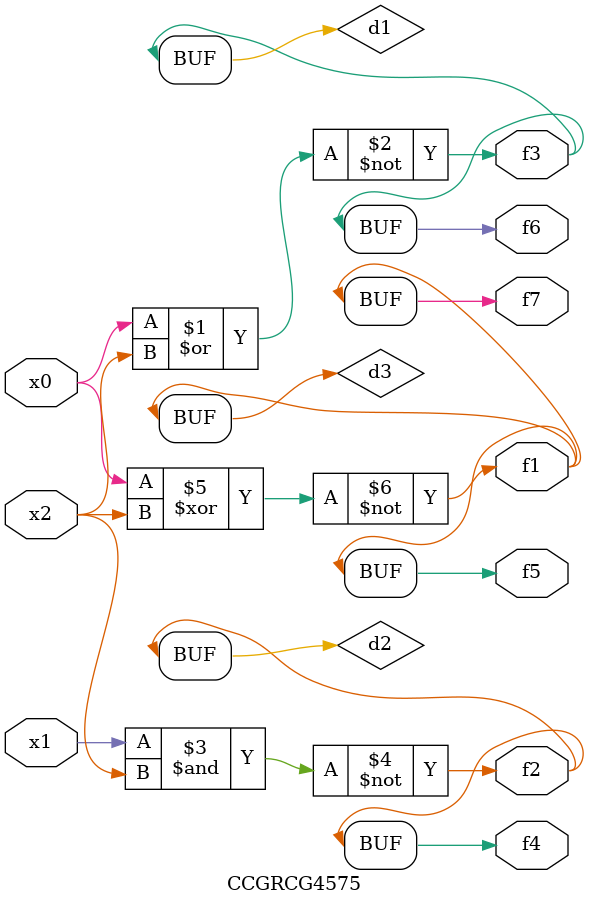
<source format=v>
module CCGRCG4575(
	input x0, x1, x2,
	output f1, f2, f3, f4, f5, f6, f7
);

	wire d1, d2, d3;

	nor (d1, x0, x2);
	nand (d2, x1, x2);
	xnor (d3, x0, x2);
	assign f1 = d3;
	assign f2 = d2;
	assign f3 = d1;
	assign f4 = d2;
	assign f5 = d3;
	assign f6 = d1;
	assign f7 = d3;
endmodule

</source>
